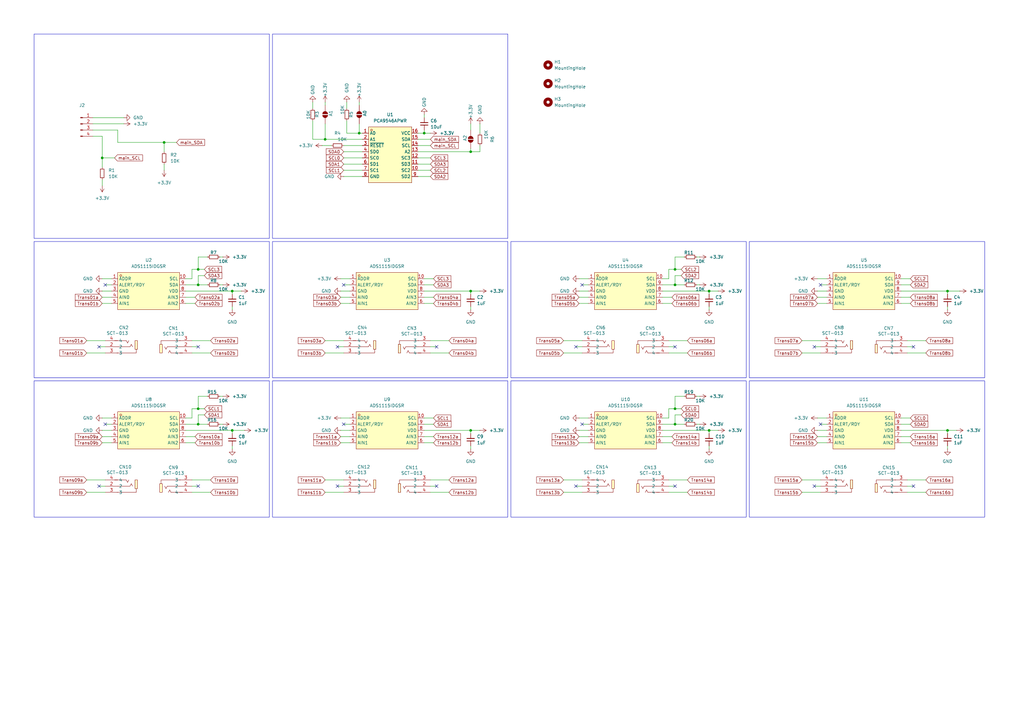
<source format=kicad_sch>
(kicad_sch (version 20231120) (generator "eeschema") (generator_version "8.0")
  (paper "A3")
  (title_block (title "PowerTiger") (date "2024-07-23") (rev "0.3"))
  (junction (at 67.31 58.42))
  (junction (at 95.25 119.38))
  (junction (at 95.25 176.53))
  (junction (at 388.62 176.53))
  (junction (at 147.32 54.61))
  (junction (at 290.83 119.38))
  (junction (at 81.28 173.99))
  (junction (at 81.28 167.64))
  (junction (at 388.62 119.38))
  (junction (at 41.91 64.77))
  (junction (at 133.35 57.15))
  (junction (at 276.86 110.49))
  (junction (at 276.86 167.64))
  (junction (at 81.28 110.49))
  (junction (at 173.99 54.61))
  (junction (at 193.04 62.23))
  (junction (at 276.86 116.84))
  (junction (at 193.04 119.38))
  (junction (at 193.04 176.53))
  (junction (at 81.28 116.84))
  (junction (at 290.83 176.53))
  (junction (at 276.86 173.99))
  (no_connect (at 40.64 199.39))
  (no_connect (at 179.07 142.24))
  (no_connect (at 276.86 199.39))
  (no_connect (at 238.76 173.99))
  (no_connect (at 43.18 116.84))
  (no_connect (at 140.97 116.84))
  (no_connect (at 238.76 116.84))
  (no_connect (at 336.55 173.99))
  (no_connect (at 81.28 199.39))
  (no_connect (at 138.43 142.24))
  (no_connect (at 81.28 142.24))
  (no_connect (at 276.86 142.24))
  (no_connect (at 236.22 199.39))
  (no_connect (at 334.01 199.39))
  (no_connect (at 140.97 173.99))
  (no_connect (at 179.07 199.39))
  (no_connect (at 138.43 199.39))
  (no_connect (at 43.18 173.99))
  (no_connect (at 374.65 199.39))
  (no_connect (at 236.22 142.24))
  (no_connect (at 40.64 142.24))
  (no_connect (at 374.65 142.24))
  (no_connect (at 336.55 116.84))
  (no_connect (at 334.01 142.24))
  (wire (pts (xy 139.7 176.53) (xy 143.51 176.53)))
  (wire (pts (xy 294.64 119.38) (xy 290.83 119.38)))
  (wire (pts (xy 369.57 173.99) (xy 373.38 173.99)))
  (wire (pts (xy 285.75 105.41) (xy 287.02 105.41)))
  (wire (pts (xy 294.64 176.53) (xy 290.83 176.53)))
  (wire (pts (xy 193.04 182.88) (xy 193.04 184.15)))
  (wire (pts (xy 281.94 144.78) (xy 274.32 144.78)))
  (wire (pts (xy 139.7 114.3) (xy 143.51 114.3)))
  (wire (pts (xy 374.65 142.24) (xy 372.11 142.24)))
  (wire (pts (xy 173.99 171.45) (xy 177.8 171.45)))
  (wire (pts (xy 196.85 119.38) (xy 193.04 119.38)))
  (wire (pts (xy 274.32 110.49) (xy 276.86 110.49)))
  (wire (pts (xy 95.25 177.8) (xy 95.25 176.53)))
  (wire (pts (xy 179.07 142.24) (xy 176.53 142.24)))
  (wire (pts (xy 171.45 72.39) (xy 176.53 72.39)))
  (wire (pts (xy 335.28 121.92) (xy 339.09 121.92)))
  (wire (pts (xy 369.57 171.45) (xy 373.38 171.45)))
  (wire (pts (xy 274.32 110.49) (xy 274.32 114.3)))
  (wire (pts (xy 334.01 199.39) (xy 336.55 199.39)))
  (wire (pts (xy 276.86 110.49) (xy 279.4 110.49)))
  (wire (pts (xy 179.07 199.39) (xy 176.53 199.39)))
  (wire (pts (xy 140.97 64.77) (xy 148.59 64.77)))
  (wire (pts (xy 276.86 113.03) (xy 276.86 116.84)))
  (wire (pts (xy 81.28 113.03) (xy 83.82 113.03)))
  (wire (pts (xy 276.86 113.03) (xy 279.4 113.03)))
  (wire (pts (xy 140.97 62.23) (xy 148.59 62.23)))
  (wire (pts (xy 78.74 110.49) (xy 81.28 110.49)))
  (wire (pts (xy 276.86 170.18) (xy 276.86 173.99)))
  (wire (pts (xy 76.2 119.38) (xy 95.25 119.38)))
  (wire (pts (xy 281.94 201.93) (xy 274.32 201.93)))
  (wire (pts (xy 336.55 116.84) (xy 339.09 116.84)))
  (wire (pts (xy 95.25 120.65) (xy 95.25 119.38)))
  (wire (pts (xy 95.25 182.88) (xy 95.25 184.15)))
  (wire (pts (xy 81.28 113.03) (xy 81.28 116.84)))
  (wire (pts (xy 147.32 41.91) (xy 147.32 43.18)))
  (wire (pts (xy 275.59 181.61) (xy 271.78 181.61)))
  (wire (pts (xy 184.15 139.7) (xy 176.53 139.7)))
  (wire (pts (xy 275.59 124.46) (xy 271.78 124.46)))
  (wire (pts (xy 392.43 176.53) (xy 388.62 176.53)))
  (wire (pts (xy 369.57 114.3) (xy 373.38 114.3)))
  (wire (pts (xy 173.99 176.53) (xy 193.04 176.53)))
  (wire (pts (xy 388.62 182.88) (xy 388.62 184.15)))
  (wire (pts (xy 38.1 48.26) (xy 50.8 48.26)))
  (wire (pts (xy 335.28 176.53) (xy 339.09 176.53)))
  (wire (pts (xy 271.78 114.3) (xy 274.32 114.3)))
  (wire (pts (xy 41.91 121.92) (xy 45.72 121.92)))
  (wire (pts (xy 231.14 196.85) (xy 238.76 196.85)))
  (wire (pts (xy 133.35 139.7) (xy 140.97 139.7)))
  (wire (pts (xy 334.01 142.24) (xy 336.55 142.24)))
  (wire (pts (xy 35.56 144.78) (xy 43.18 144.78)))
  (wire (pts (xy 128.27 41.91) (xy 128.27 44.45)))
  (wire (pts (xy 171.45 59.69) (xy 176.53 59.69)))
  (wire (pts (xy 128.27 49.53) (xy 128.27 57.15)))
  (wire (pts (xy 171.45 67.31) (xy 176.53 67.31)))
  (wire (pts (xy 133.35 50.8) (xy 133.35 57.15)))
  (wire (pts (xy 271.78 119.38) (xy 290.83 119.38)))
  (wire (pts (xy 276.86 105.41) (xy 280.67 105.41)))
  (wire (pts (xy 90.17 173.99) (xy 91.44 173.99)))
  (wire (pts (xy 231.14 201.93) (xy 238.76 201.93)))
  (wire (pts (xy 139.7 171.45) (xy 143.51 171.45)))
  (wire (pts (xy 41.91 119.38) (xy 45.72 119.38)))
  (wire (pts (xy 76.2 176.53) (xy 95.25 176.53)))
  (wire (pts (xy 81.28 170.18) (xy 83.82 170.18)))
  (wire (pts (xy 281.94 196.85) (xy 274.32 196.85)))
  (wire (pts (xy 81.28 105.41) (xy 81.28 110.49)))
  (wire (pts (xy 140.97 116.84) (xy 143.51 116.84)))
  (wire (pts (xy 142.24 49.53) (xy 142.24 54.61)))
  (wire (pts (xy 80.01 179.07) (xy 76.2 179.07)))
  (wire (pts (xy 237.49 121.92) (xy 241.3 121.92)))
  (wire (pts (xy 274.32 167.64) (xy 274.32 171.45)))
  (wire (pts (xy 271.78 171.45) (xy 274.32 171.45)))
  (wire (pts (xy 276.86 173.99) (xy 271.78 173.99)))
  (wire (pts (xy 196.85 50.8) (xy 196.85 54.61)))
  (wire (pts (xy 67.31 67.31) (xy 67.31 69.85)))
  (wire (pts (xy 67.31 58.42) (xy 67.31 62.23)))
  (wire (pts (xy 335.28 181.61) (xy 339.09 181.61)))
  (wire (pts (xy 38.1 50.8) (xy 50.8 50.8)))
  (wire (pts (xy 276.86 173.99) (xy 280.67 173.99)))
  (wire (pts (xy 184.15 196.85) (xy 176.53 196.85)))
  (wire (pts (xy 147.32 50.8) (xy 147.32 54.61)))
  (wire (pts (xy 237.49 176.53) (xy 241.3 176.53)))
  (wire (pts (xy 173.99 54.61) (xy 173.99 53.34)))
  (wire (pts (xy 76.2 114.3) (xy 78.74 114.3)))
  (wire (pts (xy 290.83 120.65) (xy 290.83 119.38)))
  (wire (pts (xy 328.93 196.85) (xy 336.55 196.85)))
  (wire (pts (xy 237.49 171.45) (xy 241.3 171.45)))
  (wire (pts (xy 173.99 54.61) (xy 176.53 54.61)))
  (wire (pts (xy 81.28 173.99) (xy 85.09 173.99)))
  (wire (pts (xy 41.91 73.66) (xy 41.91 76.2)))
  (wire (pts (xy 43.18 173.99) (xy 45.72 173.99)))
  (wire (pts (xy 139.7 124.46) (xy 143.51 124.46)))
  (wire (pts (xy 276.86 167.64) (xy 279.4 167.64)))
  (wire (pts (xy 95.25 125.73) (xy 95.25 127)))
  (wire (pts (xy 237.49 119.38) (xy 241.3 119.38)))
  (wire (pts (xy 133.35 57.15) (xy 148.59 57.15)))
  (wire (pts (xy 237.49 179.07) (xy 241.3 179.07)))
  (wire (pts (xy 379.73 201.93) (xy 372.11 201.93)))
  (wire (pts (xy 86.36 196.85) (xy 78.74 196.85)))
  (wire (pts (xy 99.06 119.38) (xy 95.25 119.38)))
  (wire (pts (xy 90.17 116.84) (xy 91.44 116.84)))
  (wire (pts (xy 237.49 124.46) (xy 241.3 124.46)))
  (wire (pts (xy 41.91 55.88) (xy 38.1 55.88)))
  (wire (pts (xy 379.73 139.7) (xy 372.11 139.7)))
  (wire (pts (xy 276.86 162.56) (xy 276.86 167.64)))
  (wire (pts (xy 177.8 181.61) (xy 173.99 181.61)))
  (wire (pts (xy 373.38 181.61) (xy 369.57 181.61)))
  (wire (pts (xy 40.64 199.39) (xy 43.18 199.39)))
  (wire (pts (xy 41.91 181.61) (xy 45.72 181.61)))
  (wire (pts (xy 90.17 162.56) (xy 91.44 162.56)))
  (wire (pts (xy 369.57 176.53) (xy 388.62 176.53)))
  (wire (pts (xy 373.38 121.92) (xy 369.57 121.92)))
  (wire (pts (xy 41.91 171.45) (xy 45.72 171.45)))
  (wire (pts (xy 81.28 110.49) (xy 83.82 110.49)))
  (wire (pts (xy 138.43 199.39) (xy 140.97 199.39)))
  (wire (pts (xy 48.26 53.34) (xy 38.1 53.34)))
  (wire (pts (xy 142.24 54.61) (xy 147.32 54.61)))
  (wire (pts (xy 173.99 173.99) (xy 177.8 173.99)))
  (wire (pts (xy 80.01 121.92) (xy 76.2 121.92)))
  (wire (pts (xy 81.28 199.39) (xy 78.74 199.39)))
  (wire (pts (xy 48.26 58.42) (xy 48.26 53.34)))
  (wire (pts (xy 95.25 176.53) (xy 100.33 176.53)))
  (wire (pts (xy 276.86 116.84) (xy 271.78 116.84)))
  (wire (pts (xy 335.28 179.07) (xy 339.09 179.07)))
  (wire (pts (xy 373.38 179.07) (xy 369.57 179.07)))
  (wire (pts (xy 275.59 121.92) (xy 271.78 121.92)))
  (wire (pts (xy 40.64 142.24) (xy 43.18 142.24)))
  (wire (pts (xy 41.91 114.3) (xy 45.72 114.3)))
  (wire (pts (xy 274.32 167.64) (xy 276.86 167.64)))
  (wire (pts (xy 237.49 181.61) (xy 241.3 181.61)))
  (wire (pts (xy 290.83 182.88) (xy 290.83 184.15)))
  (wire (pts (xy 275.59 179.07) (xy 271.78 179.07)))
  (wire (pts (xy 335.28 119.38) (xy 339.09 119.38)))
  (wire (pts (xy 78.74 167.64) (xy 78.74 171.45)))
  (wire (pts (xy 231.14 139.7) (xy 238.76 139.7)))
  (wire (pts (xy 41.91 64.77) (xy 41.91 55.88)))
  (wire (pts (xy 80.01 181.61) (xy 76.2 181.61)))
  (wire (pts (xy 276.86 199.39) (xy 274.32 199.39)))
  (wire (pts (xy 388.62 177.8) (xy 388.62 176.53)))
  (wire (pts (xy 373.38 116.84) (xy 369.57 116.84)))
  (wire (pts (xy 373.38 124.46) (xy 369.57 124.46)))
  (wire (pts (xy 285.75 173.99) (xy 287.02 173.99)))
  (wire (pts (xy 140.97 59.69) (xy 148.59 59.69)))
  (wire (pts (xy 193.04 50.8) (xy 193.04 53.34)))
  (wire (pts (xy 81.28 116.84) (xy 85.09 116.84)))
  (wire (pts (xy 290.83 177.8) (xy 290.83 176.53)))
  (wire (pts (xy 81.28 162.56) (xy 85.09 162.56)))
  (wire (pts (xy 171.45 54.61) (xy 173.99 54.61)))
  (wire (pts (xy 35.56 196.85) (xy 43.18 196.85)))
  (wire (pts (xy 177.8 124.46) (xy 173.99 124.46)))
  (wire (pts (xy 138.43 142.24) (xy 140.97 142.24)))
  (wire (pts (xy 388.62 120.65) (xy 388.62 119.38)))
  (wire (pts (xy 81.28 162.56) (xy 81.28 167.64)))
  (wire (pts (xy 276.86 162.56) (xy 280.67 162.56)))
  (wire (pts (xy 236.22 142.24) (xy 238.76 142.24)))
  (wire (pts (xy 81.28 105.41) (xy 85.09 105.41)))
  (wire (pts (xy 81.28 170.18) (xy 81.28 173.99)))
  (wire (pts (xy 139.7 119.38) (xy 143.51 119.38)))
  (wire (pts (xy 133.35 41.91) (xy 133.35 43.18)))
  (wire (pts (xy 238.76 173.99) (xy 241.3 173.99)))
  (wire (pts (xy 90.17 105.41) (xy 91.44 105.41)))
  (wire (pts (xy 132.08 59.69) (xy 135.89 59.69)))
  (wire (pts (xy 285.75 162.56) (xy 287.02 162.56)))
  (wire (pts (xy 78.74 110.49) (xy 78.74 114.3)))
  (wire (pts (xy 43.18 116.84) (xy 45.72 116.84)))
  (wire (pts (xy 271.78 176.53) (xy 290.83 176.53)))
  (wire (pts (xy 35.56 139.7) (xy 43.18 139.7)))
  (wire (pts (xy 81.28 167.64) (xy 83.82 167.64)))
  (wire (pts (xy 41.91 64.77) (xy 41.91 68.58)))
  (wire (pts (xy 238.76 116.84) (xy 241.3 116.84)))
  (wire (pts (xy 173.99 116.84) (xy 177.8 116.84)))
  (wire (pts (xy 184.15 144.78) (xy 176.53 144.78)))
  (wire (pts (xy 335.28 124.46) (xy 339.09 124.46)))
  (wire (pts (xy 147.32 54.61) (xy 148.59 54.61)))
  (wire (pts (xy 276.86 105.41) (xy 276.86 110.49)))
  (wire (pts (xy 237.49 114.3) (xy 241.3 114.3)))
  (wire (pts (xy 139.7 121.92) (xy 143.51 121.92)))
  (wire (pts (xy 173.99 119.38) (xy 193.04 119.38)))
  (wire (pts (xy 236.22 199.39) (xy 238.76 199.39)))
  (wire (pts (xy 379.73 144.78) (xy 372.11 144.78)))
  (wire (pts (xy 193.04 125.73) (xy 193.04 127)))
  (wire (pts (xy 276.86 116.84) (xy 280.67 116.84)))
  (wire (pts (xy 276.86 142.24) (xy 274.32 142.24)))
  (wire (pts (xy 81.28 142.24) (xy 78.74 142.24)))
  (wire (pts (xy 171.45 64.77) (xy 176.53 64.77)))
  (wire (pts (xy 285.75 116.84) (xy 287.02 116.84)))
  (wire (pts (xy 328.93 144.78) (xy 336.55 144.78)))
  (wire (pts (xy 41.91 176.53) (xy 45.72 176.53)))
  (wire (pts (xy 78.74 167.64) (xy 81.28 167.64)))
  (wire (pts (xy 290.83 125.73) (xy 290.83 127)))
  (wire (pts (xy 196.85 176.53) (xy 193.04 176.53)))
  (wire (pts (xy 171.45 62.23) (xy 193.04 62.23)))
  (wire (pts (xy 140.97 69.85) (xy 148.59 69.85)))
  (wire (pts (xy 328.93 201.93) (xy 336.55 201.93)))
  (wire (pts (xy 369.57 119.38) (xy 388.62 119.38)))
  (wire (pts (xy 177.8 179.07) (xy 173.99 179.07)))
  (wire (pts (xy 328.93 139.7) (xy 336.55 139.7)))
  (wire (pts (xy 193.04 120.65) (xy 193.04 119.38)))
  (wire (pts (xy 67.31 58.42) (xy 72.39 58.42)))
  (wire (pts (xy 48.26 58.42) (xy 67.31 58.42)))
  (wire (pts (xy 171.45 69.85) (xy 176.53 69.85)))
  (wire (pts (xy 140.97 72.39) (xy 148.59 72.39)))
  (wire (pts (xy 86.36 201.93) (xy 78.74 201.93)))
  (wire (pts (xy 173.99 114.3) (xy 177.8 114.3)))
  (wire (pts (xy 196.85 59.69) (xy 196.85 62.23)))
  (wire (pts (xy 81.28 173.99) (xy 76.2 173.99)))
  (wire (pts (xy 196.85 62.23) (xy 193.04 62.23)))
  (wire (pts (xy 335.28 114.3) (xy 339.09 114.3)))
  (wire (pts (xy 281.94 139.7) (xy 274.32 139.7)))
  (wire (pts (xy 276.86 170.18) (xy 279.4 170.18)))
  (wire (pts (xy 336.55 173.99) (xy 339.09 173.99)))
  (wire (pts (xy 81.28 116.84) (xy 76.2 116.84)))
  (wire (pts (xy 171.45 57.15) (xy 176.53 57.15)))
  (wire (pts (xy 177.8 121.92) (xy 173.99 121.92)))
  (wire (pts (xy 193.04 177.8) (xy 193.04 176.53)))
  (wire (pts (xy 80.01 124.46) (xy 76.2 124.46)))
  (wire (pts (xy 133.35 196.85) (xy 140.97 196.85)))
  (wire (pts (xy 142.24 41.91) (xy 142.24 44.45)))
  (wire (pts (xy 76.2 171.45) (xy 78.74 171.45)))
  (wire (pts (xy 388.62 125.73) (xy 388.62 127)))
  (wire (pts (xy 133.35 144.78) (xy 140.97 144.78)))
  (wire (pts (xy 133.35 201.93) (xy 140.97 201.93)))
  (wire (pts (xy 139.7 179.07) (xy 143.51 179.07)))
  (wire (pts (xy 335.28 171.45) (xy 339.09 171.45)))
  (wire (pts (xy 231.14 144.78) (xy 238.76 144.78)))
  (wire (pts (xy 41.91 179.07) (xy 45.72 179.07)))
  (wire (pts (xy 379.73 196.85) (xy 372.11 196.85)))
  (wire (pts (xy 184.15 201.93) (xy 176.53 201.93)))
  (wire (pts (xy 86.36 139.7) (xy 78.74 139.7)))
  (wire (pts (xy 35.56 201.93) (xy 43.18 201.93)))
  (wire (pts (xy 41.91 124.46) (xy 45.72 124.46)))
  (wire (pts (xy 41.91 64.77) (xy 46.99 64.77)))
  (wire (pts (xy 140.97 67.31) (xy 148.59 67.31)))
  (wire (pts (xy 393.7 119.38) (xy 388.62 119.38)))
  (wire (pts (xy 140.97 173.99) (xy 143.51 173.99)))
  (wire (pts (xy 128.27 57.15) (xy 133.35 57.15)))
  (wire (pts (xy 193.04 60.96) (xy 193.04 62.23)))
  (wire (pts (xy 173.99 46.99) (xy 173.99 48.26)))
  (wire (pts (xy 374.65 199.39) (xy 372.11 199.39)))
  (wire (pts (xy 139.7 181.61) (xy 143.51 181.61)))
  (wire (pts (xy 86.36 144.78) (xy 78.74 144.78)))
  (rectangle (start 111.76 99.06) (end 208.28 154.94))
  (rectangle (start 209.55 156.21) (end 306.07 212.09))
  (rectangle (start 307.34 156.21) (end 403.86 212.09))
  (rectangle (start 209.55 99.06) (end 306.07 154.94))
  (rectangle (start 111.76 156.21) (end 208.28 212.09))
  (rectangle (start 111.76 13.97) (end 208.28 97.79))
  (rectangle (start 13.97 156.21) (end 110.49 212.09))
  (rectangle (start 13.97 99.06) (end 110.49 154.94))
  (rectangle (start 307.34 99.06) (end 403.86 154.94))
  (rectangle (start 13.97 13.97) (end 110.49 97.79))
  (global_label "Trans04b" (shape input) (at 177.8 124.46 0) (property "Intersheetrefs" "${INTERSHEET_REFS}" (effects (hide yes))))
  (global_label "Trans16a" (shape input) (at 373.38 179.07 0) (property "Intersheetrefs" "${INTERSHEET_REFS}" (effects (hide yes))))
  (global_label "Trans09b" (shape input) (at 41.91 181.61 180) (property "Intersheetrefs" "${INTERSHEET_REFS}" (effects (hide yes))))
  (global_label "Trans14a" (shape input) (at 281.94 196.85 0) (property "Intersheetrefs" "${INTERSHEET_REFS}" (effects (hide yes))))
  (global_label "SCL1" (shape input) (at 83.82 167.64 0) (property "Intersheetrefs" "${INTERSHEET_REFS}" (effects (hide yes))))
  (global_label "SCL0" (shape input) (at 140.97 64.77 180) (property "Intersheetrefs" "${INTERSHEET_REFS}" (effects (hide yes))))
  (global_label "SDA2" (shape input) (at 373.38 116.84 0) (property "Intersheetrefs" "${INTERSHEET_REFS}" (effects (hide yes))))
  (global_label "Trans04b" (shape input) (at 184.15 144.78 0) (property "Intersheetrefs" "${INTERSHEET_REFS}" (effects (hide yes))))
  (global_label "Trans13b" (shape input) (at 231.14 201.93 180) (property "Intersheetrefs" "${INTERSHEET_REFS}" (effects (hide yes))))
  (global_label "Trans01a" (shape input) (at 41.91 121.92 180) (property "Intersheetrefs" "${INTERSHEET_REFS}" (effects (hide yes))))
  (global_label "Trans15a" (shape input) (at 328.93 196.85 180) (property "Intersheetrefs" "${INTERSHEET_REFS}" (effects (hide yes))))
  (global_label "Trans11b" (shape input) (at 133.35 201.93 180) (property "Intersheetrefs" "${INTERSHEET_REFS}" (effects (hide yes))))
  (global_label "Trans09a" (shape input) (at 41.91 179.07 180) (property "Intersheetrefs" "${INTERSHEET_REFS}" (effects (hide yes))))
  (global_label "Trans06b" (shape input) (at 281.94 144.78 0) (property "Intersheetrefs" "${INTERSHEET_REFS}" (effects (hide yes))))
  (global_label "Trans14a" (shape input) (at 275.59 179.07 0) (property "Intersheetrefs" "${INTERSHEET_REFS}" (effects (hide yes))))
  (global_label "Trans14b" (shape input) (at 281.94 201.93 0) (property "Intersheetrefs" "${INTERSHEET_REFS}" (effects (hide yes))))
  (global_label "SDA3" (shape input) (at 176.53 67.31 0) (property "Intersheetrefs" "${INTERSHEET_REFS}" (effects (hide yes))))
  (global_label "SCL0" (shape input) (at 279.4 167.64 0) (property "Intersheetrefs" "${INTERSHEET_REFS}" (effects (hide yes))))
  (global_label "Trans10b" (shape input) (at 80.01 181.61 0) (property "Intersheetrefs" "${INTERSHEET_REFS}" (effects (hide yes))))
  (global_label "Trans03b" (shape input) (at 133.35 144.78 180) (property "Intersheetrefs" "${INTERSHEET_REFS}" (effects (hide yes))))
  (global_label "Trans05b" (shape input) (at 237.49 124.46 180) (property "Intersheetrefs" "${INTERSHEET_REFS}" (effects (hide yes))))
  (global_label "Trans13a" (shape input) (at 231.14 196.85 180) (property "Intersheetrefs" "${INTERSHEET_REFS}" (effects (hide yes))))
  (global_label "Trans12b" (shape input) (at 177.8 181.61 0) (property "Intersheetrefs" "${INTERSHEET_REFS}" (effects (hide yes))))
  (global_label "Trans13a" (shape input) (at 237.49 179.07 180) (property "Intersheetrefs" "${INTERSHEET_REFS}" (effects (hide yes))))
  (global_label "Trans04a" (shape input) (at 177.8 121.92 0) (property "Intersheetrefs" "${INTERSHEET_REFS}" (effects (hide yes))))
  (global_label "Trans15a" (shape input) (at 335.28 179.07 180) (property "Intersheetrefs" "${INTERSHEET_REFS}" (effects (hide yes))))
  (global_label "SDA3" (shape input) (at 177.8 116.84 0) (property "Intersheetrefs" "${INTERSHEET_REFS}" (effects (hide yes))))
  (global_label "Trans02a" (shape input) (at 80.01 121.92 0) (property "Intersheetrefs" "${INTERSHEET_REFS}" (effects (hide yes))))
  (global_label "SDA0" (shape input) (at 279.4 170.18 0) (property "Intersheetrefs" "${INTERSHEET_REFS}" (effects (hide yes))))
  (global_label "Trans07b" (shape input) (at 328.93 144.78 180) (property "Intersheetrefs" "${INTERSHEET_REFS}" (effects (hide yes))))
  (global_label "SDA2" (shape input) (at 279.4 113.03 0) (property "Intersheetrefs" "${INTERSHEET_REFS}" (effects (hide yes))))
  (global_label "Trans16b" (shape input) (at 379.73 201.93 0) (property "Intersheetrefs" "${INTERSHEET_REFS}" (effects (hide yes))))
  (global_label "SCL2" (shape input) (at 279.4 110.49 0) (property "Intersheetrefs" "${INTERSHEET_REFS}" (effects (hide yes))))
  (global_label "Trans06b" (shape input) (at 275.59 124.46 0) (property "Intersheetrefs" "${INTERSHEET_REFS}" (effects (hide yes))))
  (global_label "Trans11a" (shape input) (at 133.35 196.85 180) (property "Intersheetrefs" "${INTERSHEET_REFS}" (effects (hide yes))))
  (global_label "SDA1" (shape input) (at 140.97 67.31 180) (property "Intersheetrefs" "${INTERSHEET_REFS}" (effects (hide yes))))
  (global_label "Trans01a" (shape input) (at 35.56 139.7 180) (property "Intersheetrefs" "${INTERSHEET_REFS}" (effects (hide yes))))
  (global_label "Trans15b" (shape input) (at 328.93 201.93 180) (property "Intersheetrefs" "${INTERSHEET_REFS}" (effects (hide yes))))
  (global_label "Trans15b" (shape input) (at 335.28 181.61 180) (property "Intersheetrefs" "${INTERSHEET_REFS}" (effects (hide yes))))
  (global_label "Trans12a" (shape input) (at 184.15 196.85 0) (property "Intersheetrefs" "${INTERSHEET_REFS}" (effects (hide yes))))
  (global_label "SCL3" (shape input) (at 83.82 110.49 0) (property "Intersheetrefs" "${INTERSHEET_REFS}" (effects (hide yes))))
  (global_label "Trans09a" (shape input) (at 35.56 196.85 180) (property "Intersheetrefs" "${INTERSHEET_REFS}" (effects (hide yes))))
  (global_label "Trans08b" (shape input) (at 379.73 144.78 0) (property "Intersheetrefs" "${INTERSHEET_REFS}" (effects (hide yes))))
  (global_label "SDA0" (shape input) (at 373.38 173.99 0) (property "Intersheetrefs" "${INTERSHEET_REFS}" (effects (hide yes))))
  (global_label "SDA0" (shape input) (at 140.97 62.23 180) (property "Intersheetrefs" "${INTERSHEET_REFS}" (effects (hide yes))))
  (global_label "Trans01b" (shape input) (at 35.56 144.78 180) (property "Intersheetrefs" "${INTERSHEET_REFS}" (effects (hide yes))))
  (global_label "SDA2" (shape input) (at 176.53 72.39 0) (property "Intersheetrefs" "${INTERSHEET_REFS}" (effects (hide yes))))
  (global_label "SCL2" (shape input) (at 176.53 69.85 0) (property "Intersheetrefs" "${INTERSHEET_REFS}" (effects (hide yes))))
  (global_label "main_SDA" (shape input) (at 176.53 57.15 0) (property "Intersheetrefs" "${INTERSHEET_REFS}" (effects (hide yes))))
  (global_label "SCL3" (shape input) (at 177.8 114.3 0) (property "Intersheetrefs" "${INTERSHEET_REFS}" (effects (hide yes))))
  (global_label "Trans07a" (shape input) (at 328.93 139.7 180) (property "Intersheetrefs" "${INTERSHEET_REFS}" (effects (hide yes))))
  (global_label "Trans02a" (shape input) (at 86.36 139.7 0) (property "Intersheetrefs" "${INTERSHEET_REFS}" (effects (hide yes))))
  (global_label "Trans05b" (shape input) (at 231.14 144.78 180) (property "Intersheetrefs" "${INTERSHEET_REFS}" (effects (hide yes))))
  (global_label "Trans11a" (shape input) (at 139.7 179.07 180) (property "Intersheetrefs" "${INTERSHEET_REFS}" (effects (hide yes))))
  (global_label "Trans12a" (shape input) (at 177.8 179.07 0) (property "Intersheetrefs" "${INTERSHEET_REFS}" (effects (hide yes))))
  (global_label "SDA3" (shape input) (at 83.82 113.03 0) (property "Intersheetrefs" "${INTERSHEET_REFS}" (effects (hide yes))))
  (global_label "main_SCL" (shape input) (at 176.53 59.69 0) (property "Intersheetrefs" "${INTERSHEET_REFS}" (effects (hide yes))))
  (global_label "SDA1" (shape input) (at 177.8 173.99 0) (property "Intersheetrefs" "${INTERSHEET_REFS}" (effects (hide yes))))
  (global_label "SDA1" (shape input) (at 83.82 170.18 0) (property "Intersheetrefs" "${INTERSHEET_REFS}" (effects (hide yes))))
  (global_label "Trans02b" (shape input) (at 86.36 144.78 0) (property "Intersheetrefs" "${INTERSHEET_REFS}" (effects (hide yes))))
  (global_label "Trans11b" (shape input) (at 139.7 181.61 180) (property "Intersheetrefs" "${INTERSHEET_REFS}" (effects (hide yes))))
  (global_label "Trans12b" (shape input) (at 184.15 201.93 0) (property "Intersheetrefs" "${INTERSHEET_REFS}" (effects (hide yes))))
  (global_label "Trans08a" (shape input) (at 373.38 121.92 0) (property "Intersheetrefs" "${INTERSHEET_REFS}" (effects (hide yes))))
  (global_label "SCL2" (shape input) (at 373.38 114.3 0) (property "Intersheetrefs" "${INTERSHEET_REFS}" (effects (hide yes))))
  (global_label "Trans03b" (shape input) (at 139.7 124.46 180) (property "Intersheetrefs" "${INTERSHEET_REFS}" (effects (hide yes))))
  (global_label "Trans10a" (shape input) (at 80.01 179.07 0) (property "Intersheetrefs" "${INTERSHEET_REFS}" (effects (hide yes))))
  (global_label "Trans14b" (shape input) (at 275.59 181.61 0) (property "Intersheetrefs" "${INTERSHEET_REFS}" (effects (hide yes))))
  (global_label "Trans04a" (shape input) (at 184.15 139.7 0) (property "Intersheetrefs" "${INTERSHEET_REFS}" (effects (hide yes))))
  (global_label "Trans03a" (shape input) (at 139.7 121.92 180) (property "Intersheetrefs" "${INTERSHEET_REFS}" (effects (hide yes))))
  (global_label "Trans10b" (shape input) (at 86.36 201.93 0) (property "Intersheetrefs" "${INTERSHEET_REFS}" (effects (hide yes))))
  (global_label "SCL3" (shape input) (at 176.53 64.77 0) (property "Intersheetrefs" "${INTERSHEET_REFS}" (effects (hide yes))))
  (global_label "Trans01b" (shape input) (at 41.91 124.46 180) (property "Intersheetrefs" "${INTERSHEET_REFS}" (effects (hide yes))))
  (global_label "Trans08b" (shape input) (at 373.38 124.46 0) (property "Intersheetrefs" "${INTERSHEET_REFS}" (effects (hide yes))))
  (global_label "Trans09b" (shape input) (at 35.56 201.93 180) (property "Intersheetrefs" "${INTERSHEET_REFS}" (effects (hide yes))))
  (global_label "main_SCL" (shape input) (at 46.99 64.77 0) (property "Intersheetrefs" "${INTERSHEET_REFS}" (effects (hide yes))))
  (global_label "Trans13b" (shape input) (at 237.49 181.61 180) (property "Intersheetrefs" "${INTERSHEET_REFS}" (effects (hide yes))))
  (global_label "main_SDA" (shape input) (at 72.39 58.42 0) (property "Intersheetrefs" "${INTERSHEET_REFS}" (effects (hide yes))))
  (global_label "Trans07a" (shape input) (at 335.28 121.92 180) (property "Intersheetrefs" "${INTERSHEET_REFS}" (effects (hide yes))))
  (global_label "Trans05a" (shape input) (at 231.14 139.7 180) (property "Intersheetrefs" "${INTERSHEET_REFS}" (effects (hide yes))))
  (global_label "Trans07b" (shape input) (at 335.28 124.46 180) (property "Intersheetrefs" "${INTERSHEET_REFS}" (effects (hide yes))))
  (global_label "Trans06a" (shape input) (at 275.59 121.92 0) (property "Intersheetrefs" "${INTERSHEET_REFS}" (effects (hide yes))))
  (global_label "SCL0" (shape input) (at 373.38 171.45 0) (property "Intersheetrefs" "${INTERSHEET_REFS}" (effects (hide yes))))
  (global_label "Trans06a" (shape input) (at 281.94 139.7 0) (property "Intersheetrefs" "${INTERSHEET_REFS}" (effects (hide yes))))
  (global_label "Trans16b" (shape input) (at 373.38 181.61 0) (property "Intersheetrefs" "${INTERSHEET_REFS}" (effects (hide yes))))
  (global_label "Trans10a" (shape input) (at 86.36 196.85 0) (property "Intersheetrefs" "${INTERSHEET_REFS}" (effects (hide yes))))
  (global_label "Trans02b" (shape input) (at 80.01 124.46 0) (property "Intersheetrefs" "${INTERSHEET_REFS}" (effects (hide yes))))
  (global_label "Trans16a" (shape input) (at 379.73 196.85 0) (property "Intersheetrefs" "${INTERSHEET_REFS}" (effects (hide yes))))
  (global_label "Trans05a" (shape input) (at 237.49 121.92 180) (property "Intersheetrefs" "${INTERSHEET_REFS}" (effects (hide yes))))
  (global_label "SCL1" (shape input) (at 177.8 171.45 0) (property "Intersheetrefs" "${INTERSHEET_REFS}" (effects (hide yes))))
  (global_label "SCL1" (shape input) (at 140.97 69.85 180) (property "Intersheetrefs" "${INTERSHEET_REFS}" (effects (hide yes))))
  (global_label "Trans03a" (shape input) (at 133.35 139.7 180) (property "Intersheetrefs" "${INTERSHEET_REFS}" (effects (hide yes))))
  (global_label "Trans08a" (shape input) (at 379.73 139.7 0) (property "Intersheetrefs" "${INTERSHEET_REFS}" (effects (hide yes))))
  (symbol (lib_id "Device:R_Small") (at 41.91 71.12 0) (unit 1)
    (property "Reference" "R1" (at 44.45 69.8499 0) (effects (justify left)))
    (property "Value" "10K" (at 44.45 72.3899 0) (effects (justify left)))
    (property "Footprint" "Resistor_SMD:R_0603_1608Metric" (effects (hide yes)))
    (property "Description" "Resistor, small symbol" (effects (hide yes)))
    (property "Mfr. Part #" "0603WAF1002T5E" (effects (hide yes)))
    (property "LCSC Part" "C25804" (effects (hide yes)))
    (property "Mouser No" "303-0603WAF1002T5E" (effects (hide yes)))
  )
  (symbol (lib_id "power:+3.3V") (at 91.44 116.84 270) (unit 1)
    (property "Reference" "#PWR048" (effects (hide yes)))
    (property "Value" "+3.3V" (at 95.25 116.8399 90) (effects (justify left)))
    (property "Description" "Power symbol creates a global label with name \"+3.3V\"" (effects (hide yes)))
  )
  (symbol (lib_id "easyeda2kicad:ADS1115IDGSR") (at 158.75 176.53 0) (unit 1)
    (property "Reference" "U9" (at 158.75 163.83 0))
    (property "Value" "ADS1115IDGSR" (at 158.75 166.37 0))
    (property "Footprint" "easyeda2kicad:MSOP-10_L3.0-W3.0-P0.50-LS5.0-BL" (effects (hide yes)))
    (property "Datasheet" "https://lcsc.com/product-detail/Analog-To-Digital-Converters-ADCs_TI_ADS1115IDGSR_ADS1115IDGSR_C37593.html" (effects (hide yes)))
    (property "Mfr. Part #" "ADS1115IDGSR" (effects (hide yes)))
    (property "LCSC Part" "C37593" (effects (hide yes)))
    (property "Mouser No" "595-ADS1115IDGSR" (effects (hide yes)))
  )
  (symbol (lib_id "Device:C_Small") (at 95.25 180.34 180) (unit 1)
    (property "Reference" "C8" (at 97.79 179.0635 0) (effects (justify right)))
    (property "Value" "1uF" (at 97.79 181.6035 0) (effects (justify right)))
    (property "Footprint" "Capacitor_SMD:C_0603_1608Metric" (effects (hide yes)))
    (property "Description" "Unpolarized capacitor, small symbol" (effects (hide yes)))
    (property "Mfr. Part #" "CL10A105KO8NNNC" (effects (hide yes)))
    (property "LCSC Part" "C1592" (effects (hide yes)))
    (property "Mouser No" "187-CL10A105KO8NNNC" (effects (hide yes)))
  )
  (symbol (lib_id "Device:C_Small") (at 95.25 123.19 180) (unit 1)
    (property "Reference" "C1" (at 97.79 121.9135 0) (effects (justify right)))
    (property "Value" "1uF" (at 97.79 124.4535 0) (effects (justify right)))
    (property "Footprint" "Capacitor_SMD:C_0603_1608Metric" (effects (hide yes)))
    (property "Description" "Unpolarized capacitor, small symbol" (effects (hide yes)))
    (property "Mfr. Part #" "CL10A105KO8NNNC" (effects (hide yes)))
    (property "LCSC Part" "C1592" (effects (hide yes)))
    (property "Mouser No" "187-CL10A105KO8NNNC" (effects (hide yes)))
  )
  (symbol (lib_id "easyeda2kicad:ADS1115IDGSR") (at 60.96 176.53 0) (unit 1)
    (property "Reference" "U8" (at 60.96 163.83 0))
    (property "Value" "ADS1115IDGSR" (at 60.96 166.37 0))
    (property "Footprint" "easyeda2kicad:MSOP-10_L3.0-W3.0-P0.50-LS5.0-BL" (effects (hide yes)))
    (property "Datasheet" "https://lcsc.com/product-detail/Analog-To-Digital-Converters-ADCs_TI_ADS1115IDGSR_ADS1115IDGSR_C37593.html" (effects (hide yes)))
    (property "Mfr. Part #" "ADS1115IDGSR" (effects (hide yes)))
    (property "LCSC Part" "C37593" (effects (hide yes)))
    (property "Mouser No" "595-ADS1115IDGSR" (effects (hide yes)))
  )
  (symbol (lib_id "power:GND") (at 41.91 171.45 270) (unit 1)
    (property "Reference" "#PWR010" (effects (hide yes)))
    (property "Value" "GND" (at 38.1 171.4499 90) (effects (justify right)))
    (property "Description" "Power symbol creates a global label with name \"GND\" , ground" (effects (hide yes)))
  )
  (symbol (lib_id "Device:C_Small") (at 290.83 180.34 180) (unit 1)
    (property "Reference" "C10" (at 293.37 179.0635 0) (effects (justify right)))
    (property "Value" "1uF" (at 293.37 181.6035 0) (effects (justify right)))
    (property "Footprint" "Capacitor_SMD:C_0603_1608Metric" (effects (hide yes)))
    (property "Description" "Unpolarized capacitor, small symbol" (effects (hide yes)))
    (property "Mfr. Part #" "CL10A105KO8NNNC" (effects (hide yes)))
    (property "LCSC Part" "C1592" (effects (hide yes)))
    (property "Mouser No" "187-CL10A105KO8NNNC" (effects (hide yes)))
  )
  (symbol (lib_id "Device:R_Small") (at 283.21 173.99 90) (unit 1)
    (property "Reference" "R20" (at 284.48 172.212 90) (effects (justify left)))
    (property "Value" "10K" (at 285.242 175.768 90) (effects (justify right)))
    (property "Footprint" "Resistor_SMD:R_0603_1608Metric" (effects (hide yes)))
    (property "Description" "Resistor, small symbol" (effects (hide yes)))
    (property "Mfr. Part #" "0603WAF1002T5E" (effects (hide yes)))
    (property "LCSC Part" "C25804" (effects (hide yes)))
    (property "Mouser No" "303-0603WAF1002T5E" (effects (hide yes)))
  )
  (symbol (lib_id "easyeda2kicad:ADS1115IDGSR") (at 256.54 176.53 0) (unit 1)
    (property "Reference" "U10" (at 256.54 163.83 0))
    (property "Value" "ADS1115IDGSR" (at 256.54 166.37 0))
    (property "Footprint" "easyeda2kicad:MSOP-10_L3.0-W3.0-P0.50-LS5.0-BL" (effects (hide yes)))
    (property "Datasheet" "https://lcsc.com/product-detail/Analog-To-Digital-Converters-ADCs_TI_ADS1115IDGSR_ADS1115IDGSR_C37593.html" (effects (hide yes)))
    (property "Mfr. Part #" "ADS1115IDGSR" (effects (hide yes)))
    (property "LCSC Part" "C37593" (effects (hide yes)))
    (property "Mouser No" "595-ADS1115IDGSR" (effects (hide yes)))
  )
  (symbol (lib_id "power:+3.3V") (at 139.7 171.45 90) (unit 1)
    (property "Reference" "#PWR019" (effects (hide yes)))
    (property "Value" "+3.3V" (at 135.89 171.4499 90) (effects (justify left)))
    (property "Description" "Power symbol creates a global label with name \"+3.3V\"" (effects (hide yes)))
  )
  (symbol (lib_id "Device:R_Small") (at 142.24 46.99 180) (unit 1)
    (property "Reference" "R5" (at 144.018 46.99 90))
    (property "Value" "10K" (at 140.462 46.99 90) (effects (justify right)))
    (property "Footprint" "Resistor_SMD:R_0603_1608Metric" (effects (hide yes)))
    (property "Description" "Resistor, small symbol" (effects (hide yes)))
    (property "Mfr. Part #" "0603WAF1002T5E" (effects (hide yes)))
    (property "LCSC Part" "C25804" (effects (hide yes)))
    (property "Mouser No" "303-0603WAF1002T5E" (effects (hide yes)))
  )
  (symbol (lib_id "power:GND") (at 193.04 127 0) (unit 1)
    (property "Reference" "#PWR05" (effects (hide yes)))
    (property "Value" "GND" (at 193.04 132.08 0))
    (property "Description" "Power symbol creates a global label with name \"GND\" , ground" (effects (hide yes)))
  )
  (symbol (lib_id "power:GND") (at 290.83 184.15 0) (unit 1)
    (property "Reference" "#PWR036" (effects (hide yes)))
    (property "Value" "GND" (at 290.83 189.23 0))
    (property "Description" "Power symbol creates a global label with name \"GND\" , ground" (effects (hide yes)))
  )
  (symbol (lib_id "power:GND") (at 237.49 171.45 270) (unit 1)
    (property "Reference" "#PWR032" (effects (hide yes)))
    (property "Value" "GND" (at 233.68 171.4499 90) (effects (justify right)))
    (property "Description" "Power symbol creates a global label with name \"GND\" , ground" (effects (hide yes)))
  )
  (symbol (lib_id "power:GND") (at 50.8 48.26 90) (unit 1)
    (property "Reference" "#PWR014" (effects (hide yes)))
    (property "Value" "GND" (at 54.61 48.2599 90) (effects (justify right)))
    (property "Description" "Power symbol creates a global label with name \"GND\" , ground" (effects (hide yes)))
  )
  (symbol (lib_id "power:GND") (at 140.97 72.39 270) (unit 1)
    (property "Reference" "#PWR047" (effects (hide yes)))
    (property "Value" "GND" (at 137.16 72.3899 90) (effects (justify right)))
    (property "Description" "Power symbol creates a global label with name \"GND\" , ground" (effects (hide yes)))
  )
  (symbol (lib_id "power:GND") (at 193.04 184.15 0) (unit 1)
    (property "Reference" "#PWR031" (effects (hide yes)))
    (property "Value" "GND" (at 193.04 189.23 0))
    (property "Description" "Power symbol creates a global label with name \"GND\" , ground" (effects (hide yes)))
  )
  (symbol (lib_id "power:+3.3V") (at 287.02 105.41 270) (unit 1)
    (property "Reference" "#PWR051" (effects (hide yes)))
    (property "Value" "+3.3V" (at 290.83 105.4099 90) (effects (justify left)))
    (property "Description" "Power symbol creates a global label with name \"+3.3V\"" (effects (hide yes)))
  )
  (symbol (lib_id "easyeda2kicad:ADS1115IDGSR") (at 256.54 119.38 0) (unit 1)
    (property "Reference" "U4" (at 256.54 106.68 0))
    (property "Value" "ADS1115IDGSR" (at 256.54 109.22 0))
    (property "Footprint" "easyeda2kicad:MSOP-10_L3.0-W3.0-P0.50-LS5.0-BL" (effects (hide yes)))
    (property "Datasheet" "https://lcsc.com/product-detail/Analog-To-Digital-Converters-ADCs_TI_ADS1115IDGSR_ADS1115IDGSR_C37593.html" (effects (hide yes)))
    (property "Mfr. Part #" "ADS1115IDGSR" (effects (hide yes)))
    (property "LCSC Part" "C37593" (effects (hide yes)))
    (property "Mouser No" "595-ADS1115IDGSR" (effects (hide yes)))
  )
  (symbol (lib_id "easyeda2kicad:PJ-3200") (at 344.17 199.39 180) (unit 1)
    (property "Reference" "CN16" (at 342.138 191.516 0) (effects (justify right)))
    (property "Value" "SCT-013" (at 337.058 193.802 0) (effects (justify right)))
    (property "Footprint" "easyeda2kicad:AUDIO-TH_PJ-3200" (effects (hide yes)))
    (property "LCSC Part" "C2689690" (effects (hide yes)))
  )
  (symbol (lib_id "easyeda2kicad:PJ-3200") (at 364.49 142.24 0) (unit 1)
    (property "Reference" "CN7" (at 364.49 134.62 0))
    (property "Value" "SCT-013" (at 364.49 136.906 0))
    (property "Footprint" "easyeda2kicad:AUDIO-TH_PJ-3200" (effects (hide yes)))
    (property "LCSC Part" "C2689690" (effects (hide yes)))
  )
  (symbol (lib_id "power:GND") (at 237.49 176.53 270) (unit 1)
    (property "Reference" "#PWR033" (effects (hide yes)))
    (property "Value" "GND" (at 233.68 176.5299 90) (effects (justify right)))
    (property "Description" "Power symbol creates a global label with name \"GND\" , ground" (effects (hide yes)))
  )
  (symbol (lib_id "power:+3.3V") (at 91.44 105.41 270) (unit 1)
    (property "Reference" "#PWR042" (effects (hide yes)))
    (property "Value" "+3.3V" (at 95.25 105.4099 90) (effects (justify left)))
    (property "Description" "Power symbol creates a global label with name \"+3.3V\"" (effects (hide yes)))
  )
  (symbol (lib_id "Jumper:SolderJumper_2_Open") (at 133.35 46.99 90) (unit 1) (exclude_from_sim yes) (in_bom no)
    (property "Reference" "A1" (at 135.636 45.212 0) (effects (justify right)))
    (property "Value" "SolderJumper_2_Open" (effects (hide yes)))
    (property "Footprint" "Jumper:SolderJumper-2_P1.3mm_Open_RoundedPad1.0x1.5mm" (effects (hide yes)))
    (property "Description" "Solder Jumper, 2-pole, open" (effects (hide yes)))
  )
  (symbol (lib_id "Device:C_Small") (at 388.62 123.19 180) (unit 1)
    (property "Reference" "C4" (at 391.16 121.9135 0) (effects (justify right)))
    (property "Value" "1uF" (at 391.16 124.4535 0) (effects (justify right)))
    (property "Footprint" "Capacitor_SMD:C_0603_1608Metric" (effects (hide yes)))
    (property "Description" "Unpolarized capacitor, small symbol" (effects (hide yes)))
    (property "Mfr. Part #" "CL10A105KO8NNNC" (effects (hide yes)))
    (property "LCSC Part" "C1592" (effects (hide yes)))
    (property "Mouser No" "187-CL10A105KO8NNNC" (effects (hide yes)))
  )
  (symbol (lib_id "Device:R_Small") (at 138.43 59.69 270) (unit 1)
    (property "Reference" "R4" (at 138.43 54.61 90))
    (property "Value" "10K" (at 138.43 57.15 90) (effects (justify left)))
    (property "Footprint" "Resistor_SMD:R_0603_1608Metric" (effects (hide yes)))
    (property "Description" "Resistor, small symbol" (effects (hide yes)))
    (property "Mfr. Part #" "0603WAF1002T5E" (effects (hide yes)))
    (property "LCSC Part" "C25804" (effects (hide yes)))
    (property "Mouser No" "303-0603WAF1002T5E" (effects (hide yes)))
  )
  (symbol (lib_id "easyeda2kicad:PJ-3200") (at 266.7 199.39 0) (unit 1)
    (property "Reference" "CN13" (at 266.7 191.77 0))
    (property "Value" "SCT-013" (at 266.7 194.056 0))
    (property "Footprint" "easyeda2kicad:AUDIO-TH_PJ-3200" (effects (hide yes)))
    (property "LCSC Part" "C2689690" (effects (hide yes)))
  )
  (symbol (lib_id "Device:R_Small") (at 128.27 46.99 0) (unit 1)
    (property "Reference" "R3" (at 130.048 48.26 90) (effects (justify left)))
    (property "Value" "10K" (at 126.492 49.022 90) (effects (justify left)))
    (property "Footprint" "Resistor_SMD:R_0603_1608Metric" (effects (hide yes)))
    (property "Description" "Resistor, small symbol" (effects (hide yes)))
    (property "Mfr. Part #" "0603WAF1002T5E" (effects (hide yes)))
    (property "LCSC Part" "C25804" (effects (hide yes)))
    (property "Mouser No" "303-0603WAF1002T5E" (effects (hide yes)))
  )
  (symbol (lib_id "easyeda2kicad:ADS1115IDGSR") (at 158.75 119.38 0) (unit 1)
    (property "Reference" "U3" (at 158.75 106.68 0))
    (property "Value" "ADS1115IDGSR" (at 158.75 109.22 0))
    (property "Footprint" "easyeda2kicad:MSOP-10_L3.0-W3.0-P0.50-LS5.0-BL" (effects (hide yes)))
    (property "Datasheet" "https://lcsc.com/product-detail/Analog-To-Digital-Converters-ADCs_TI_ADS1115IDGSR_ADS1115IDGSR_C37593.html" (effects (hide yes)))
    (property "Mfr. Part #" "ADS1115IDGSR" (effects (hide yes)))
    (property "LCSC Part" "C37593" (effects (hide yes)))
    (property "Mouser No" "595-ADS1115IDGSR" (effects (hide yes)))
  )
  (symbol (lib_id "easyeda2kicad:PJ-3200") (at 50.8 142.24 180) (unit 1)
    (property "Reference" "CN2" (at 48.768 134.366 0) (effects (justify right)))
    (property "Value" "SCT-013" (at 43.688 136.652 0) (effects (justify right)))
    (property "Footprint" "easyeda2kicad:AUDIO-TH_PJ-3200" (effects (hide yes)))
    (property "LCSC Part" "C2689690" (effects (hide yes)))
  )
  (symbol (lib_id "Mechanical:MountingHole") (at 224.79 26.67 0) (unit 1) (exclude_from_sim yes) (in_bom no)
    (property "Reference" "H1" (at 227.33 25.3999 0) (effects (justify left)))
    (property "Value" "MountingHole" (at 227.33 27.9399 0) (effects (justify left)))
    (property "Footprint" "MountingHole:MountingHole_2.5mm" (effects (hide yes)))
    (property "Description" "Mounting Hole without connection" (effects (hide yes)))
  )
  (symbol (lib_id "easyeda2kicad:PJ-3200") (at 246.38 199.39 180) (unit 1)
    (property "Reference" "CN14" (at 244.348 191.516 0) (effects (justify right)))
    (property "Value" "SCT-013" (at 239.268 193.802 0) (effects (justify right)))
    (property "Footprint" "easyeda2kicad:AUDIO-TH_PJ-3200" (effects (hide yes)))
    (property "LCSC Part" "C2689690" (effects (hide yes)))
  )
  (symbol (lib_id "Device:R_Small") (at 87.63 173.99 90) (unit 1)
    (property "Reference" "R16" (at 88.9 172.212 90) (effects (justify left)))
    (property "Value" "10K" (at 89.662 175.768 90) (effects (justify right)))
    (property "Footprint" "Resistor_SMD:R_0603_1608Metric" (effects (hide yes)))
    (property "Description" "Resistor, small symbol" (effects (hide yes)))
    (property "Mfr. Part #" "0603WAF1002T5E" (effects (hide yes)))
    (property "LCSC Part" "C25804" (effects (hide yes)))
    (property "Mouser No" "303-0603WAF1002T5E" (effects (hide yes)))
  )
  (symbol (lib_id "power:GND") (at 41.91 119.38 270) (unit 1)
    (property "Reference" "#PWR035" (effects (hide yes)))
    (property "Value" "GND" (at 38.1 119.3799 90) (effects (justify right)))
    (property "Description" "Power symbol creates a global label with name \"GND\" , ground" (effects (hide yes)))
  )
  (symbol (lib_id "Device:R_Small") (at 283.21 105.41 90) (unit 1)
    (property "Reference" "R11" (at 284.48 103.632 90) (effects (justify left)))
    (property "Value" "10K" (at 285.242 107.188 90) (effects (justify right)))
    (property "Footprint" "Resistor_SMD:R_0603_1608Metric" (effects (hide yes)))
    (property "Description" "Resistor, small symbol" (effects (hide yes)))
    (property "Mfr. Part #" "0603WAF1002T5E" (effects (hide yes)))
    (property "LCSC Part" "C25804" (effects (hide yes)))
    (property "Mouser No" "303-0603WAF1002T5E" (effects (hide yes)))
  )
  (symbol (lib_id "power:GND") (at 139.7 119.38 270) (unit 1)
    (property "Reference" "#PWR03" (effects (hide yes)))
    (property "Value" "GND" (at 135.89 119.3799 90) (effects (justify right)))
    (property "Description" "Power symbol creates a global label with name \"GND\" , ground" (effects (hide yes)))
  )
  (symbol (lib_id "power:GND") (at 237.49 119.38 270) (unit 1)
    (property "Reference" "#PWR07" (effects (hide yes)))
    (property "Value" "GND" (at 233.68 119.3799 90) (effects (justify right)))
    (property "Description" "Power symbol creates a global label with name \"GND\" , ground" (effects (hide yes)))
  )
  (symbol (lib_id "power:+3.3V") (at 294.64 119.38 270) (unit 1)
    (property "Reference" "#PWR08" (effects (hide yes)))
    (property "Value" "+3.3V" (at 298.45 119.3799 90) (effects (justify left)))
    (property "Description" "Power symbol creates a global label with name \"+3.3V\"" (effects (hide yes)))
  )
  (symbol (lib_id "power:+3.3V") (at 91.44 162.56 270) (unit 1)
    (property "Reference" "#PWR055" (effects (hide yes)))
    (property "Value" "+3.3V" (at 95.25 162.5599 90) (effects (justify left)))
    (property "Description" "Power symbol creates a global label with name \"+3.3V\"" (effects (hide yes)))
  )
  (symbol (lib_id "Connector:Conn_01x04_Pin") (at 33.02 50.8 0) (unit 1)
    (property "Reference" "J2" (at 33.655 43.18 0))
    (property "Value" "Conn_01x04_Pin" (effects (hide yes)))
    (property "Footprint" "Connector_PinHeader_2.54mm:PinHeader_1x04_P2.54mm_Vertical" (effects (hide yes)))
    (property "Description" "Generic connector, single row, 01x04, script generated" (effects (hide yes)))
  )
  (symbol (lib_id "power:+3.3V") (at 193.04 50.8 0) (unit 1)
    (property "Reference" "#PWR023" (effects (hide yes)))
    (property "Value" "+3.3V" (at 193.04 45.72 90))
    (property "Description" "Power symbol creates a global label with name \"+3.3V\"" (effects (hide yes)))
  )
  (symbol (lib_id "power:GND") (at 196.85 50.8 180) (unit 1)
    (property "Reference" "#PWR027" (effects (hide yes)))
    (property "Value" "GND" (at 196.8501 46.99 90) (effects (justify right)))
    (property "Description" "Power symbol creates a global label with name \"GND\" , ground" (effects (hide yes)))
  )
  (symbol (lib_id "Device:C_Small") (at 388.62 180.34 180) (unit 1)
    (property "Reference" "C11" (at 391.16 179.0635 0) (effects (justify right)))
    (property "Value" "1uF" (at 391.16 181.6035 0) (effects (justify right)))
    (property "Footprint" "Capacitor_SMD:C_0603_1608Metric" (effects (hide yes)))
    (property "Description" "Unpolarized capacitor, small symbol" (effects (hide yes)))
    (property "Mfr. Part #" "CL10A105KO8NNNC" (effects (hide yes)))
    (property "LCSC Part" "C1592" (effects (hide yes)))
    (property "Mouser No" "187-CL10A105KO8NNNC" (effects (hide yes)))
  )
  (symbol (lib_id "power:+3.3V") (at 287.02 173.99 270) (unit 1)
    (property "Reference" "#PWR060" (effects (hide yes)))
    (property "Value" "+3.3V" (at 290.83 173.9899 90) (effects (justify left)))
    (property "Description" "Power symbol creates a global label with name \"+3.3V\"" (effects (hide yes)))
  )
  (symbol (lib_id "easyeda2kicad:PJ-3200") (at 246.38 142.24 180) (unit 1)
    (property "Reference" "CN6" (at 244.348 134.366 0) (effects (justify right)))
    (property "Value" "SCT-013" (at 239.268 136.652 0) (effects (justify right)))
    (property "Footprint" "easyeda2kicad:AUDIO-TH_PJ-3200" (effects (hide yes)))
    (property "LCSC Part" "C2689690" (effects (hide yes)))
  )
  (symbol (lib_id "power:GND") (at 142.24 41.91 180) (unit 1)
    (property "Reference" "#PWR045" (effects (hide yes)))
    (property "Value" "GND" (at 142.2401 38.1 90) (effects (justify right)))
    (property "Description" "Power symbol creates a global label with name \"GND\" , ground" (effects (hide yes)))
  )
  (symbol (lib_id "Mechanical:MountingHole") (at 224.79 41.91 0) (unit 1) (exclude_from_sim yes) (in_bom no)
    (property "Reference" "H3" (at 227.33 40.6399 0) (effects (justify left)))
    (property "Value" "MountingHole" (at 227.33 43.1799 0) (effects (justify left)))
    (property "Footprint" "MountingHole:MountingHole_2.5mm" (effects (hide yes)))
    (property "Description" "Mounting Hole without connection" (effects (hide yes)))
  )
  (symbol (lib_id "power:+3.3V") (at 132.08 59.69 90) (unit 1)
    (property "Reference" "#PWR043" (effects (hide yes)))
    (property "Value" "+3.3V" (at 128.27 59.6899 90) (effects (justify left)))
    (property "Description" "Power symbol creates a global label with name \"+3.3V\"" (effects (hide yes)))
  )
  (symbol (lib_id "Device:C_Small") (at 193.04 180.34 180) (unit 1)
    (property "Reference" "C9" (at 195.58 179.0635 0) (effects (justify right)))
    (property "Value" "1uF" (at 195.58 181.6035 0) (effects (justify right)))
    (property "Footprint" "Capacitor_SMD:C_0603_1608Metric" (effects (hide yes)))
    (property "Description" "Unpolarized capacitor, small symbol" (effects (hide yes)))
    (property "Mfr. Part #" "CL10A105KO8NNNC" (effects (hide yes)))
    (property "LCSC Part" "C1592" (effects (hide yes)))
    (property "Mouser No" "187-CL10A105KO8NNNC" (effects (hide yes)))
  )
  (symbol (lib_id "power:+3.3V") (at 133.35 41.91 0) (unit 1)
    (property "Reference" "#PWR044" (effects (hide yes)))
    (property "Value" "+3.3V" (at 133.35 36.83 90))
    (property "Description" "Power symbol creates a global label with name \"+3.3V\"" (effects (hide yes)))
  )
  (symbol (lib_id "Jumper:SolderJumper_2_Open") (at 147.32 46.99 90) (unit 1) (exclude_from_sim yes) (in_bom no)
    (property "Reference" "A0" (at 149.606 45.212 0) (effects (justify right)))
    (property "Value" "SolderJumper_2_Open" (effects (hide yes)))
    (property "Footprint" "Jumper:SolderJumper-2_P1.3mm_Open_RoundedPad1.0x1.5mm" (effects (hide yes)))
    (property "Description" "Solder Jumper, 2-pole, open" (effects (hide yes)))
  )
  (symbol (lib_id "power:+3.3V") (at 392.43 176.53 270) (unit 1)
    (property "Reference" "#PWR040" (effects (hide yes)))
    (property "Value" "+3.3V" (at 396.24 176.5299 90) (effects (justify left)))
    (property "Description" "Power symbol creates a global label with name \"+3.3V\"" (effects (hide yes)))
  )
  (symbol (lib_id "easyeda2kicad:PJ-3200") (at 50.8 199.39 180) (unit 1)
    (property "Reference" "CN10" (at 48.768 191.516 0) (effects (justify right)))
    (property "Value" "SCT-013" (at 43.688 193.802 0) (effects (justify right)))
    (property "Footprint" "easyeda2kicad:AUDIO-TH_PJ-3200" (effects (hide yes)))
    (property "LCSC Part" "C2689690" (effects (hide yes)))
  )
  (symbol (lib_id "power:+3.3V") (at 67.31 69.85 180) (unit 1)
    (property "Reference" "#PWR017" (effects (hide yes)))
    (property "Value" "+3.3V" (at 67.31 74.93 0))
    (property "Description" "Power symbol creates a global label with name \"+3.3V\"" (effects (hide yes)))
  )
  (symbol (lib_id "power:GND") (at 173.99 46.99 180) (unit 1)
    (property "Reference" "#PWR021" (effects (hide yes)))
    (property "Value" "GND" (at 173.99 41.91 90))
    (property "Description" "Power symbol creates a global label with name \"GND\" , ground" (effects (hide yes)))
  )
  (symbol (lib_id "power:+3.3V") (at 196.85 176.53 270) (unit 1)
    (property "Reference" "#PWR029" (effects (hide yes)))
    (property "Value" "+3.3V" (at 200.66 176.5299 90) (effects (justify left)))
    (property "Description" "Power symbol creates a global label with name \"+3.3V\"" (effects (hide yes)))
  )
  (symbol (lib_id "easyeda2kicad:PJ-3200") (at 344.17 142.24 180) (unit 1)
    (property "Reference" "CN8" (at 342.138 134.366 0) (effects (justify right)))
    (property "Value" "SCT-013" (at 337.058 136.652 0) (effects (justify right)))
    (property "Footprint" "easyeda2kicad:AUDIO-TH_PJ-3200" (effects (hide yes)))
    (property "LCSC Part" "C2689690" (effects (hide yes)))
  )
  (symbol (lib_id "easyeda2kicad:ADS1115IDGSR") (at 354.33 176.53 0) (unit 1)
    (property "Reference" "U11" (at 354.33 163.83 0))
    (property "Value" "ADS1115IDGSR" (at 354.33 166.37 0))
    (property "Footprint" "easyeda2kicad:MSOP-10_L3.0-W3.0-P0.50-LS5.0-BL" (effects (hide yes)))
    (property "Datasheet" "https://lcsc.com/product-detail/Analog-To-Digital-Converters-ADCs_TI_ADS1115IDGSR_ADS1115IDGSR_C37593.html" (effects (hide yes)))
    (property "Mfr. Part #" "ADS1115IDGSR" (effects (hide yes)))
    (property "LCSC Part" "C37593" (effects (hide yes)))
    (property "Mouser No" "595-ADS1115IDGSR" (effects (hide yes)))
  )
  (symbol (lib_id "power:GND") (at 41.91 176.53 270) (unit 1)
    (property "Reference" "#PWR024" (effects (hide yes)))
    (property "Value" "GND" (at 38.1 176.5299 90) (effects (justify right)))
    (property "Description" "Power symbol creates a global label with name \"GND\" , ground" (effects (hide yes)))
  )
  (symbol (lib_id "easyeda2kicad:PJ-3200") (at 71.12 199.39 0) (unit 1)
    (property "Reference" "CN9" (at 71.12 191.77 0))
    (property "Value" "SCT-013" (at 71.12 194.056 0))
    (property "Footprint" "easyeda2kicad:AUDIO-TH_PJ-3200" (effects (hide yes)))
    (property "LCSC Part" "C2689690" (effects (hide yes)))
  )
  (symbol (lib_id "power:GND") (at 41.91 114.3 270) (unit 1)
    (property "Reference" "#PWR038" (effects (hide yes)))
    (property "Value" "GND" (at 38.1 114.2999 90) (effects (justify right)))
    (property "Description" "Power symbol creates a global label with name \"GND\" , ground" (effects (hide yes)))
  )
  (symbol (lib_id "Device:R_Small") (at 87.63 162.56 90) (unit 1)
    (property "Reference" "R15" (at 88.9 160.782 90) (effects (justify left)))
    (property "Value" "10K" (at 89.662 164.338 90) (effects (justify right)))
    (property "Footprint" "Resistor_SMD:R_0603_1608Metric" (effects (hide yes)))
    (property "Description" "Resistor, small symbol" (effects (hide yes)))
    (property "Mfr. Part #" "0603WAF1002T5E" (effects (hide yes)))
    (property "LCSC Part" "C25804" (effects (hide yes)))
    (property "Mouser No" "303-0603WAF1002T5E" (effects (hide yes)))
  )
  (symbol (lib_id "power:+3.3V") (at 139.7 114.3 90) (unit 1)
    (property "Reference" "#PWR06" (effects (hide yes)))
    (property "Value" "+3.3V" (at 135.89 114.2999 90) (effects (justify left)))
    (property "Description" "Power symbol creates a global label with name \"+3.3V\"" (effects (hide yes)))
  )
  (symbol (lib_id "power:GND") (at 388.62 184.15 0) (unit 1)
    (property "Reference" "#PWR041" (effects (hide yes)))
    (property "Value" "GND" (at 388.62 189.23 0))
    (property "Description" "Power symbol creates a global label with name \"GND\" , ground" (effects (hide yes)))
  )
  (symbol (lib_id "power:GND") (at 335.28 119.38 270) (unit 1)
    (property "Reference" "#PWR011" (effects (hide yes)))
    (property "Value" "GND" (at 331.47 119.3799 90) (effects (justify right)))
    (property "Description" "Power symbol creates a global label with name \"GND\" , ground" (effects (hide yes)))
  )
  (symbol (lib_id "Mechanical:MountingHole") (at 224.79 34.29 0) (unit 1) (exclude_from_sim yes) (in_bom no)
    (property "Reference" "H2" (at 227.33 33.0199 0) (effects (justify left)))
    (property "Value" "MountingHole" (at 227.33 35.5599 0) (effects (justify left)))
    (property "Footprint" "MountingHole:MountingHole_2.5mm" (effects (hide yes)))
    (property "Description" "Mounting Hole without connection" (effects (hide yes)))
  )
  (symbol (lib_id "power:GND") (at 95.25 127 0) (unit 1)
    (property "Reference" "#PWR030" (effects (hide yes)))
    (property "Value" "GND" (at 95.25 132.08 0))
    (property "Description" "Power symbol creates a global label with name \"GND\" , ground" (effects (hide yes)))
  )
  (symbol (lib_id "easyeda2kicad:PJ-3200") (at 168.91 199.39 0) (unit 1)
    (property "Reference" "CN11" (at 168.91 191.77 0))
    (property "Value" "SCT-013" (at 168.91 194.056 0))
    (property "Footprint" "easyeda2kicad:AUDIO-TH_PJ-3200" (effects (hide yes)))
    (property "LCSC Part" "C2689690" (effects (hide yes)))
  )
  (symbol (lib_id "power:+3.3V") (at 50.8 50.8 270) (unit 1)
    (property "Reference" "#PWR015" (effects (hide yes)))
    (property "Value" "+3.3V" (at 54.61 50.7999 90) (effects (justify left)))
    (property "Description" "Power symbol creates a global label with name \"+3.3V\"" (effects (hide yes)))
  )
  (symbol (lib_id "power:GND") (at 290.83 127 0) (unit 1)
    (property "Reference" "#PWR09" (effects (hide yes)))
    (property "Value" "GND" (at 290.83 132.08 0))
    (property "Description" "Power symbol creates a global label with name \"GND\" , ground" (effects (hide yes)))
  )
  (symbol (lib_id "easyeda2kicad:ADS1115IDGSR") (at 354.33 119.38 0) (unit 1)
    (property "Reference" "U5" (at 354.33 106.68 0))
    (property "Value" "ADS1115IDGSR" (at 354.33 109.22 0))
    (property "Footprint" "easyeda2kicad:MSOP-10_L3.0-W3.0-P0.50-LS5.0-BL" (effects (hide yes)))
    (property "Datasheet" "https://lcsc.com/product-detail/Analog-To-Digital-Converters-ADCs_TI_ADS1115IDGSR_ADS1115IDGSR_C37593.html" (effects (hide yes)))
    (property "Mfr. Part #" "ADS1115IDGSR" (effects (hide yes)))
    (property "LCSC Part" "C37593" (effects (hide yes)))
    (property "Mouser No" "595-ADS1115IDGSR" (effects (hide yes)))
  )
  (symbol (lib_id "power:+3.3V") (at 147.32 41.91 0) (unit 1)
    (property "Reference" "#PWR046" (effects (hide yes)))
    (property "Value" "+3.3V" (at 147.32 36.83 90))
    (property "Description" "Power symbol creates a global label with name \"+3.3V\"" (effects (hide yes)))
  )
  (symbol (lib_id "power:+3.3V") (at 335.28 171.45 90) (unit 1)
    (property "Reference" "#PWR020" (effects (hide yes)))
    (property "Value" "+3.3V" (at 331.47 171.4499 90) (effects (justify left)))
    (property "Description" "Power symbol creates a global label with name \"+3.3V\"" (effects (hide yes)))
  )
  (symbol (lib_id "power:+3.3V") (at 287.02 116.84 270) (unit 1)
    (property "Reference" "#PWR052" (effects (hide yes)))
    (property "Value" "+3.3V" (at 290.83 116.8399 90) (effects (justify left)))
    (property "Description" "Power symbol creates a global label with name \"+3.3V\"" (effects (hide yes)))
  )
  (symbol (lib_id "easyeda2kicad:PJ-3200") (at 266.7 142.24 0) (unit 1)
    (property "Reference" "CN5" (at 266.7 134.62 0))
    (property "Value" "SCT-013" (at 266.7 136.906 0))
    (property "Footprint" "easyeda2kicad:AUDIO-TH_PJ-3200" (effects (hide yes)))
    (property "LCSC Part" "C2689690" (effects (hide yes)))
  )
  (symbol (lib_id "easyeda2kicad:PJ-3200") (at 71.12 142.24 0) (unit 1)
    (property "Reference" "CN1" (at 71.12 134.62 0))
    (property "Value" "SCT-013" (at 71.12 136.906 0))
    (property "Footprint" "easyeda2kicad:AUDIO-TH_PJ-3200" (effects (hide yes)))
    (property "LCSC Part" "C2689690" (effects (hide yes)))
  )
  (symbol (lib_id "power:GND") (at 237.49 114.3 270) (unit 1)
    (property "Reference" "#PWR02" (effects (hide yes)))
    (property "Value" "GND" (at 233.68 114.2999 90) (effects (justify right)))
    (property "Description" "Power symbol creates a global label with name \"GND\" , ground" (effects (hide yes)))
  )
  (symbol (lib_id "easyeda2kicad:PJ-3200") (at 364.49 199.39 0) (unit 1)
    (property "Reference" "CN15" (at 364.49 191.77 0))
    (property "Value" "SCT-013" (at 364.49 194.056 0))
    (property "Footprint" "easyeda2kicad:AUDIO-TH_PJ-3200" (effects (hide yes)))
    (property "LCSC Part" "C2689690" (effects (hide yes)))
  )
  (symbol (lib_id "power:GND") (at 139.7 176.53 270) (unit 1)
    (property "Reference" "#PWR028" (effects (hide yes)))
    (property "Value" "GND" (at 135.89 176.5299 90) (effects (justify right)))
    (property "Description" "Power symbol creates a global label with name \"GND\" , ground" (effects (hide yes)))
  )
  (symbol (lib_id "easyeda2kicad:PJ-3200") (at 148.59 199.39 180) (unit 1)
    (property "Reference" "CN12" (at 146.558 191.516 0) (effects (justify right)))
    (property "Value" "SCT-013" (at 141.478 193.802 0) (effects (justify right)))
    (property "Footprint" "easyeda2kicad:AUDIO-TH_PJ-3200" (effects (hide yes)))
    (property "LCSC Part" "C2689690" (effects (hide yes)))
  )
  (symbol (lib_id "easyeda2kicad:PJ-3200") (at 168.91 142.24 0) (unit 1)
    (property "Reference" "CN3" (at 168.91 134.62 0))
    (property "Value" "SCT-013" (at 168.91 136.906 0))
    (property "Footprint" "easyeda2kicad:AUDIO-TH_PJ-3200" (effects (hide yes)))
    (property "LCSC Part" "C2689690" (effects (hide yes)))
  )
  (symbol (lib_id "Jumper:SolderJumper_2_Open") (at 193.04 57.15 90) (unit 1) (exclude_from_sim yes) (in_bom no)
    (property "Reference" "A2" (at 190.754 55.372 0) (effects (justify right)))
    (property "Value" "SolderJumper_2_Open" (effects (hide yes)))
    (property "Footprint" "Jumper:SolderJumper-2_P1.3mm_Open_RoundedPad1.0x1.5mm" (effects (hide yes)))
    (property "Description" "Solder Jumper, 2-pole, open" (effects (hide yes)))
  )
  (symbol (lib_id "power:+3.3V") (at 287.02 162.56 270) (unit 1)
    (property "Reference" "#PWR057" (effects (hide yes)))
    (property "Value" "+3.3V" (at 290.83 162.5599 90) (effects (justify left)))
    (property "Description" "Power symbol creates a global label with name \"+3.3V\"" (effects (hide yes)))
  )
  (symbol (lib_id "Device:C_Small") (at 173.99 50.8 180) (unit 1)
    (property "Reference" "C6" (at 176.53 49.5235 0) (effects (justify right)))
    (property "Value" "10uF" (at 176.53 52.0635 0) (effects (justify right)))
    (property "Footprint" "Capacitor_SMD:C_0603_1608Metric" (effects (hide yes)))
    (property "Description" "Unpolarized capacitor, small symbol" (effects (hide yes)))
    (property "Mfr. Part #" "CL10A106MP8NNNC" (effects (hide yes)))
    (property "LCSC Part" "C85713" (effects (hide yes)))
    (property "Mouser No" "187-CL10A106MP8NNNC" (effects (hide yes)))
  )
  (symbol (lib_id "easyeda2kicad:ADS1115IDGSR") (at 60.96 119.38 0) (unit 1)
    (property "Reference" "U2" (at 60.96 106.68 0))
    (property "Value" "ADS1115IDGSR" (at 60.96 109.22 0))
    (property "Footprint" "easyeda2kicad:MSOP-10_L3.0-W3.0-P0.50-LS5.0-BL" (effects (hide yes)))
    (property "Datasheet" "https://lcsc.com/product-detail/Analog-To-Digital-Converters-ADCs_TI_ADS1115IDGSR_ADS1115IDGSR_C37593.html" (effects (hide yes)))
    (property "Mfr. Part #" "ADS1115IDGSR" (effects (hide yes)))
    (property "LCSC Part" "C37593" (effects (hide yes)))
    (property "Mouser No" "595-ADS1115IDGSR" (effects (hide yes)))
  )
  (symbol (lib_id "power:GND") (at 335.28 176.53 270) (unit 1)
    (property "Reference" "#PWR039" (effects (hide yes)))
    (property "Value" "GND" (at 331.47 176.5299 90) (effects (justify right)))
    (property "Description" "Power symbol creates a global label with name \"GND\" , ground" (effects (hide yes)))
  )
  (symbol (lib_id "Device:R_Small") (at 196.85 57.15 180) (unit 1)
    (property "Reference" "R6" (at 201.93 57.15 90))
    (property "Value" "10K" (at 199.39 57.15 90) (effects (justify right)))
    (property "Footprint" "Resistor_SMD:R_0603_1608Metric" (effects (hide yes)))
    (property "Description" "Resistor, small symbol" (effects (hide yes)))
    (property "Mfr. Part #" "0603WAF1002T5E" (effects (hide yes)))
    (property "LCSC Part" "C25804" (effects (hide yes)))
    (property "Mouser No" "303-0603WAF1002T5E" (effects (hide yes)))
  )
  (symbol (lib_id "power:+3.3V") (at 176.53 54.61 270) (unit 1)
    (property "Reference" "#PWR022" (effects (hide yes)))
    (property "Value" "+3.3V" (at 180.34 54.6099 90) (effects (justify left)))
    (property "Description" "Power symbol creates a global label with name \"+3.3V\"" (effects (hide yes)))
  )
  (symbol (lib_id "easyeda2kicad:PJ-3200") (at 148.59 142.24 180) (unit 1)
    (property "Reference" "CN4" (at 146.558 134.366 0) (effects (justify right)))
    (property "Value" "SCT-013" (at 141.478 136.652 0) (effects (justify right)))
    (property "Footprint" "easyeda2kicad:AUDIO-TH_PJ-3200" (effects (hide yes)))
    (property "LCSC Part" "C2689690" (effects (hide yes)))
  )
  (symbol (lib_id "power:+3.3V") (at 335.28 114.3 90) (unit 1)
    (property "Reference" "#PWR01" (effects (hide yes)))
    (property "Value" "+3.3V" (at 331.47 114.2999 90) (effects (justify left)))
    (property "Description" "Power symbol creates a global label with name \"+3.3V\"" (effects (hide yes)))
  )
  (symbol (lib_id "power:+3.3V") (at 393.7 119.38 270) (unit 1)
    (property "Reference" "#PWR012" (effects (hide yes)))
    (property "Value" "+3.3V" (at 397.51 119.3799 90) (effects (justify left)))
    (property "Description" "Power symbol creates a global label with name \"+3.3V\"" (effects (hide yes)))
  )
  (symbol (lib_id "power:+3.3V") (at 294.64 176.53 270) (unit 1)
    (property "Reference" "#PWR034" (effects (hide yes)))
    (property "Value" "+3.3V" (at 298.45 176.5299 90) (effects (justify left)))
    (property "Description" "Power symbol creates a global label with name \"+3.3V\"" (effects (hide yes)))
  )
  (symbol (lib_id "Device:R_Small") (at 87.63 116.84 90) (unit 1)
    (property "Reference" "R8" (at 88.9 115.062 90) (effects (justify left)))
    (property "Value" "10K" (at 89.662 118.618 90) (effects (justify right)))
    (property "Footprint" "Resistor_SMD:R_0603_1608Metric" (effects (hide yes)))
    (property "Description" "Resistor, small symbol" (effects (hide yes)))
    (property "Mfr. Part #" "0603WAF1002T5E" (effects (hide yes)))
    (property "LCSC Part" "C25804" (effects (hide yes)))
    (property "Mouser No" "303-0603WAF1002T5E" (effects (hide yes)))
  )
  (symbol (lib_id "easyeda2kicad:PCA9546APWR") (at 160.02 63.5 0) (unit 1)
    (property "Reference" "U1" (at 160.02 46.99 0))
    (property "Value" "PCA9546APWR" (at 160.02 49.53 0))
    (property "Footprint" "easyeda2kicad:TSSOP-16_L5.0-W4.4-P0.65-LS6.4-BL" (effects (hide yes)))
    (property "Datasheet" "https://lcsc.com/product-detail/Interface-Specialized_Texas-Instruments-TI-PCA9546APWR_C400705.html" (effects (hide yes)))
    (property "Mfr. Part #" "PCA9546APWR" (effects (hide yes)))
    (property "LCSC Part" "C400705" (effects (hide yes)))
    (property "Mouser No" "595-PCA9546APWR" (effects (hide yes)))
  )
  (symbol (lib_id "power:+3.3V") (at 100.33 176.53 270) (unit 1)
    (property "Reference" "#PWR025" (effects (hide yes)))
    (property "Value" "+3.3V" (at 104.14 176.5299 90) (effects (justify left)))
    (property "Description" "Power symbol creates a global label with name \"+3.3V\"" (effects (hide yes)))
  )
  (symbol (lib_id "power:+3.3V") (at 41.91 76.2 180) (unit 1)
    (property "Reference" "#PWR016" (effects (hide yes)))
    (property "Value" "+3.3V" (at 41.91 81.28 0))
    (property "Description" "Power symbol creates a global label with name \"+3.3V\"" (effects (hide yes)))
  )
  (symbol (lib_id "Device:R_Small") (at 87.63 105.41 90) (unit 1)
    (property "Reference" "R7" (at 88.9 103.632 90) (effects (justify left)))
    (property "Value" "10K" (at 89.662 107.188 90) (effects (justify right)))
    (property "Footprint" "Resistor_SMD:R_0603_1608Metric" (effects (hide yes)))
    (property "Description" "Resistor, small symbol" (effects (hide yes)))
    (property "Mfr. Part #" "0603WAF1002T5E" (effects (hide yes)))
    (property "LCSC Part" "C25804" (effects (hide yes)))
    (property "Mouser No" "303-0603WAF1002T5E" (effects (hide yes)))
  )
  (symbol (lib_id "Device:R_Small") (at 283.21 162.56 90) (unit 1)
    (property "Reference" "R19" (at 284.48 160.782 90) (effects (justify left)))
    (property "Value" "10K" (at 285.242 164.338 90) (effects (justify right)))
    (property "Footprint" "Resistor_SMD:R_0603_1608Metric" (effects (hide yes)))
    (property "Description" "Resistor, small symbol" (effects (hide yes)))
    (property "Mfr. Part #" "0603WAF1002T5E" (effects (hide yes)))
    (property "LCSC Part" "C25804" (effects (hide yes)))
    (property "Mouser No" "303-0603WAF1002T5E" (effects (hide yes)))
  )
  (symbol (lib_id "power:+3.3V") (at 99.06 119.38 270) (unit 1)
    (property "Reference" "#PWR018" (effects (hide yes)))
    (property "Value" "+3.3V" (at 102.87 119.3799 90) (effects (justify left)))
    (property "Description" "Power symbol creates a global label with name \"+3.3V\"" (effects (hide yes)))
  )
  (symbol (lib_id "Device:R_Small") (at 283.21 116.84 90) (unit 1)
    (property "Reference" "R12" (at 284.48 115.062 90) (effects (justify left)))
    (property "Value" "10K" (at 285.242 118.618 90) (effects (justify right)))
    (property "Footprint" "Resistor_SMD:R_0603_1608Metric" (effects (hide yes)))
    (property "Description" "Resistor, small symbol" (effects (hide yes)))
    (property "Mfr. Part #" "0603WAF1002T5E" (effects (hide yes)))
    (property "LCSC Part" "C25804" (effects (hide yes)))
    (property "Mouser No" "303-0603WAF1002T5E" (effects (hide yes)))
  )
  (symbol (lib_id "power:GND") (at 128.27 41.91 180) (unit 1)
    (property "Reference" "#PWR037" (effects (hide yes)))
    (property "Value" "GND" (at 128.27 36.83 90))
    (property "Description" "Power symbol creates a global label with name \"GND\" , ground" (effects (hide yes)))
  )
  (symbol (lib_id "Device:R_Small") (at 67.31 64.77 0) (unit 1)
    (property "Reference" "R2" (at 69.85 63.4999 0) (effects (justify left)))
    (property "Value" "10K" (at 69.85 66.0399 0) (effects (justify left)))
    (property "Footprint" "Resistor_SMD:R_0603_1608Metric" (effects (hide yes)))
    (property "Description" "Resistor, small symbol" (effects (hide yes)))
    (property "Mfr. Part #" "0603WAF1002T5E" (effects (hide yes)))
    (property "LCSC Part" "C25804" (effects (hide yes)))
    (property "Mouser No" "303-0603WAF1002T5E" (effects (hide yes)))
  )
  (symbol (lib_id "power:+3.3V") (at 196.85 119.38 270) (unit 1)
    (property "Reference" "#PWR04" (effects (hide yes)))
    (property "Value" "+3.3V" (at 200.66 119.3799 90) (effects (justify left)))
    (property "Description" "Power symbol creates a global label with name \"+3.3V\"" (effects (hide yes)))
  )
  (symbol (lib_id "power:+3.3V") (at 91.44 173.99 270) (unit 1)
    (property "Reference" "#PWR056" (effects (hide yes)))
    (property "Value" "+3.3V" (at 95.25 173.9899 90) (effects (justify left)))
    (property "Description" "Power symbol creates a global label with name \"+3.3V\"" (effects (hide yes)))
  )
  (symbol (lib_id "power:GND") (at 388.62 127 0) (unit 1)
    (property "Reference" "#PWR013" (effects (hide yes)))
    (property "Value" "GND" (at 388.62 132.08 0))
    (property "Description" "Power symbol creates a global label with name \"GND\" , ground" (effects (hide yes)))
  )
  (symbol (lib_id "Device:C_Small") (at 290.83 123.19 180) (unit 1)
    (property "Reference" "C3" (at 293.37 121.9135 0) (effects (justify right)))
    (property "Value" "1uF" (at 293.37 124.4535 0) (effects (justify right)))
    (property "Footprint" "Capacitor_SMD:C_0603_1608Metric" (effects (hide yes)))
    (property "Description" "Unpolarized capacitor, small symbol" (effects (hide yes)))
    (property "Mfr. Part #" "CL10A105KO8NNNC" (effects (hide yes)))
    (property "LCSC Part" "C1592" (effects (hide yes)))
    (property "Mouser No" "187-CL10A105KO8NNNC" (effects (hide yes)))
  )
  (symbol (lib_id "power:GND") (at 95.25 184.15 0) (unit 1)
    (property "Reference" "#PWR026" (effects (hide yes)))
    (property "Value" "GND" (at 95.25 189.23 0))
    (property "Description" "Power symbol creates a global label with name \"GND\" , ground" (effects (hide yes)))
  )
  (symbol (lib_id "Device:C_Small") (at 193.04 123.19 180) (unit 1)
    (property "Reference" "C2" (at 195.58 121.9135 0) (effects (justify right)))
    (property "Value" "1uF" (at 195.58 124.4535 0) (effects (justify right)))
    (property "Footprint" "Capacitor_SMD:C_0603_1608Metric" (effects (hide yes)))
    (property "Description" "Unpolarized capacitor, small symbol" (effects (hide yes)))
    (property "Mfr. Part #" "CL10A105KO8NNNC" (effects (hide yes)))
    (property "LCSC Part" "C1592" (effects (hide yes)))
    (property "Mouser No" "187-CL10A105KO8NNNC" (effects (hide yes)))
  )
)
</source>
